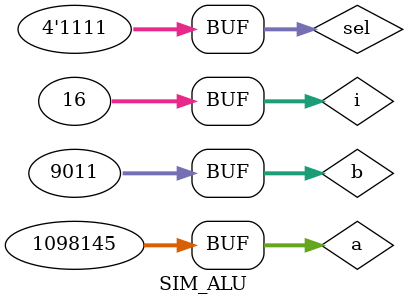
<source format=v>
`timescale 1ns / 1ps


module SIM_ALU();
    reg [31:0] a, b;
    wire [31:0] c;
    reg [3:0] sel;
    
    ALU alu(a, b, sel, c);

    integer i;

    initial begin
        #10 begin
            a = 32'h0010_c1a1;
            b = 32'h0000_2333;
        end

        for (i = 4'h0; i <= 4'hf; i = i + 1) begin
            #10 sel = i;
        end
    end
endmodule

</source>
